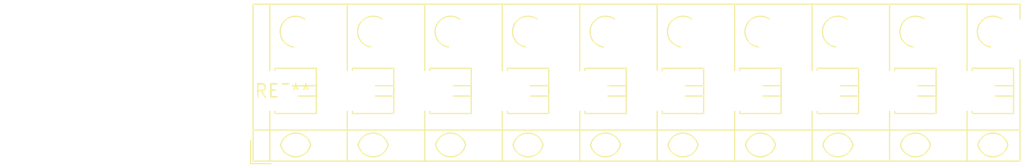
<source format=kicad_pcb>
(kicad_pcb (version 20240108) (generator pcbnew)
  (layers (0 "F.Cu" signal) (31 "B.Cu" signal) (34 "B.Paste" user) (35 "F.Paste" user) (36 "B.SilkS" user "B.Silkscreen") (37 "F.SilkS" user "F.Silkscreen") (38 "B.Mask" user) (39 "F.Mask" user) (44 "Edge.Cuts" user))
  (net 0 "")
  (footprint "TerminalBlock_WAGO_804-310_1x10_P7.50mm_45Degree" (layer "F.Cu") (at 0 0)
    (property "Reference" "REF**")
    (property "Value" "TerminalBlock_WAGO_804-310_1x10_P7.50mm_45Degree")
    (fp_line (start -3.11 4.82) (end -3.11 7.06) (layer "F.SilkS") (stroke (width 0.12)))
    (fp_line (start -3.11 7.06) (end -1.11 7.06) (layer "F.SilkS") (stroke (width 0.12)))
    (fp_line (start -2.87 -8.42) (end -2.87 6.82) (layer "F.SilkS") (stroke (width 0.12)))
    (fp_line (start -2.87 -8.42) (end 71.37 -8.42) (layer "F.SilkS") (stroke (width 0.12)))
    (fp_line (start -2.87 3.8) (end 71.37 3.8) (layer "F.SilkS") (stroke (width 0.12)))
    (fp_line (start -2.87 6.82) (end 71.37 6.82) (layer "F.SilkS") (stroke (width 0.12)))
    (fp_line (start -1.25 -8.42) (end -1.25 -1.98) (layer "F.SilkS") (stroke (width 0.12)))
    (fp_line (start -1.25 1.98) (end -1.25 6.82) (layer "F.SilkS") (stroke (width 0.12)))
    (fp_line (start -0.75 -2.2) (end -0.75 -1.98) (layer "F.SilkS") (stroke (width 0.12)))
    (fp_line (start -0.75 -2.2) (end 3.25 -2.2) (layer "F.SilkS") (stroke (width 0.12)))
    (fp_line (start -0.75 1.98) (end -0.75 2.2) (layer "F.SilkS") (stroke (width 0.12)))
    (fp_line (start -0.75 2.2) (end 3.25 2.2) (layer "F.SilkS") (stroke (width 0.12)))
    (fp_line (start 1.48 -0.5) (end 3.25 -0.5) (layer "F.SilkS") (stroke (width 0.12)))
    (fp_line (start 1.48 0.5) (end 3.25 0.5) (layer "F.SilkS") (stroke (width 0.12)))
    (fp_line (start 3.25 -2.2) (end 3.25 2.2) (layer "F.SilkS") (stroke (width 0.12)))
    (fp_line (start 3.25 -0.5) (end 3.25 0.5) (layer "F.SilkS") (stroke (width 0.12)))
    (fp_line (start 6.25 -8.42) (end 6.25 -1.98) (layer "F.SilkS") (stroke (width 0.12)))
    (fp_line (start 6.25 1.98) (end 6.25 6.82) (layer "F.SilkS") (stroke (width 0.12)))
    (fp_line (start 6.75 -2.2) (end 6.75 -1.98) (layer "F.SilkS") (stroke (width 0.12)))
    (fp_line (start 6.75 -2.2) (end 10.75 -2.2) (layer "F.SilkS") (stroke (width 0.12)))
    (fp_line (start 6.75 1.98) (end 6.75 2.2) (layer "F.SilkS") (stroke (width 0.12)))
    (fp_line (start 6.75 2.2) (end 10.75 2.2) (layer "F.SilkS") (stroke (width 0.12)))
    (fp_line (start 8.98 -0.5) (end 10.75 -0.5) (layer "F.SilkS") (stroke (width 0.12)))
    (fp_line (start 8.98 0.5) (end 10.75 0.5) (layer "F.SilkS") (stroke (width 0.12)))
    (fp_line (start 10.75 -2.2) (end 10.75 2.2) (layer "F.SilkS") (stroke (width 0.12)))
    (fp_line (start 10.75 -0.5) (end 10.75 0.5) (layer "F.SilkS") (stroke (width 0.12)))
    (fp_line (start 13.75 -8.42) (end 13.75 -1.98) (layer "F.SilkS") (stroke (width 0.12)))
    (fp_line (start 13.75 1.98) (end 13.75 6.82) (layer "F.SilkS") (stroke (width 0.12)))
    (fp_line (start 14.25 -2.2) (end 14.25 -1.98) (layer "F.SilkS") (stroke (width 0.12)))
    (fp_line (start 14.25 -2.2) (end 18.25 -2.2) (layer "F.SilkS") (stroke (width 0.12)))
    (fp_line (start 14.25 1.98) (end 14.25 2.2) (layer "F.SilkS") (stroke (width 0.12)))
    (fp_line (start 14.25 2.2) (end 18.25 2.2) (layer "F.SilkS") (stroke (width 0.12)))
    (fp_line (start 16.48 -0.5) (end 18.25 -0.5) (layer "F.SilkS") (stroke (width 0.12)))
    (fp_line (start 16.48 0.5) (end 18.25 0.5) (layer "F.SilkS") (stroke (width 0.12)))
    (fp_line (start 18.25 -2.2) (end 18.25 2.2) (layer "F.SilkS") (stroke (width 0.12)))
    (fp_line (start 18.25 -0.5) (end 18.25 0.5) (layer "F.SilkS") (stroke (width 0.12)))
    (fp_line (start 21.25 -8.42) (end 21.25 -1.98) (layer "F.SilkS") (stroke (width 0.12)))
    (fp_line (start 21.25 1.98) (end 21.25 6.82) (layer "F.SilkS") (stroke (width 0.12)))
    (fp_line (start 21.75 -2.2) (end 21.75 -1.98) (layer "F.SilkS") (stroke (width 0.12)))
    (fp_line (start 21.75 -2.2) (end 25.75 -2.2) (layer "F.SilkS") (stroke (width 0.12)))
    (fp_line (start 21.75 1.98) (end 21.75 2.2) (layer "F.SilkS") (stroke (width 0.12)))
    (fp_line (start 21.75 2.2) (end 25.75 2.2) (layer "F.SilkS") (stroke (width 0.12)))
    (fp_line (start 23.98 -0.5) (end 25.75 -0.5) (layer "F.SilkS") (stroke (width 0.12)))
    (fp_line (start 23.98 0.5) (end 25.75 0.5) (layer "F.SilkS") (stroke (width 0.12)))
    (fp_line (start 25.75 -2.2) (end 25.75 2.2) (layer "F.SilkS") (stroke (width 0.12)))
    (fp_line (start 25.75 -0.5) (end 25.75 0.5) (layer "F.SilkS") (stroke (width 0.12)))
    (fp_line (start 28.75 -8.42) (end 28.75 -1.98) (layer "F.SilkS") (stroke (width 0.12)))
    (fp_line (start 28.75 1.98) (end 28.75 6.82) (layer "F.SilkS") (stroke (width 0.12)))
    (fp_line (start 29.25 -2.2) (end 29.25 -1.98) (layer "F.SilkS") (stroke (width 0.12)))
    (fp_line (start 29.25 -2.2) (end 33.25 -2.2) (layer "F.SilkS") (stroke (width 0.12)))
    (fp_line (start 29.25 1.98) (end 29.25 2.2) (layer "F.SilkS") (stroke (width 0.12)))
    (fp_line (start 29.25 2.2) (end 33.25 2.2) (layer "F.SilkS") (stroke (width 0.12)))
    (fp_line (start 31.48 -0.5) (end 33.25 -0.5) (layer "F.SilkS") (stroke (width 0.12)))
    (fp_line (start 31.48 0.5) (end 33.25 0.5) (layer "F.SilkS") (stroke (width 0.12)))
    (fp_line (start 33.25 -2.2) (end 33.25 2.2) (layer "F.SilkS") (stroke (width 0.12)))
    (fp_line (start 33.25 -0.5) (end 33.25 0.5) (layer "F.SilkS") (stroke (width 0.12)))
    (fp_line (start 36.25 -8.42) (end 36.25 -1.98) (layer "F.SilkS") (stroke (width 0.12)))
    (fp_line (start 36.25 1.98) (end 36.25 6.82) (layer "F.SilkS") (stroke (width 0.12)))
    (fp_line (start 36.75 -2.2) (end 36.75 -1.98) (layer "F.SilkS") (stroke (width 0.12)))
    (fp_line (start 36.75 -2.2) (end 40.75 -2.2) (layer "F.SilkS") (stroke (width 0.12)))
    (fp_line (start 36.75 1.98) (end 36.75 2.2) (layer "F.SilkS") (stroke (width 0.12)))
    (fp_line (start 36.75 2.2) (end 40.75 2.2) (layer "F.SilkS") (stroke (width 0.12)))
    (fp_line (start 38.98 -0.5) (end 40.75 -0.5) (layer "F.SilkS") (stroke (width 0.12)))
    (fp_line (start 38.98 0.5) (end 40.75 0.5) (layer "F.SilkS") (stroke (width 0.12)))
    (fp_line (start 40.75 -2.2) (end 40.75 2.2) (layer "F.SilkS") (stroke (width 0.12)))
    (fp_line (start 40.75 -0.5) (end 40.75 0.5) (layer "F.SilkS") (stroke (width 0.12)))
    (fp_line (start 43.75 -8.42) (end 43.75 -1.98) (layer "F.SilkS") (stroke (width 0.12)))
    (fp_line (start 43.75 1.98) (end 43.75 6.82) (layer "F.SilkS") (stroke (width 0.12)))
    (fp_line (start 44.25 -2.2) (end 44.25 -1.98) (layer "F.SilkS") (stroke (width 0.12)))
    (fp_line (start 44.25 -2.2) (end 48.25 -2.2) (layer "F.SilkS") (stroke (width 0.12)))
    (fp_line (start 44.25 1.98) (end 44.25 2.2) (layer "F.SilkS") (stroke (width 0.12)))
    (fp_line (start 44.25 2.2) (end 48.25 2.2) (layer "F.SilkS") (stroke (width 0.12)))
    (fp_line (start 46.48 -0.5) (end 48.25 -0.5) (layer "F.SilkS") (stroke (width 0.12)))
    (fp_line (start 46.48 0.5) (end 48.25 0.5) (layer "F.SilkS") (stroke (width 0.12)))
    (fp_line (start 48.25 -2.2) (end 48.25 2.2) (layer "F.SilkS") (stroke (width 0.12)))
    (fp_line (start 48.25 -0.5) (end 48.25 0.5) (layer "F.SilkS") (stroke (width 0.12)))
    (fp_line (start 51.25 -8.42) (end 51.25 -1.98) (layer "F.SilkS") (stroke (width 0.12)))
    (fp_line (start 51.25 1.98) (end 51.25 6.82) (layer "F.SilkS") (stroke (width 0.12)))
    (fp_line (start 51.75 -2.2) (end 51.75 -1.98) (layer "F.SilkS") (stroke (width 0.12)))
    (fp_line (start 51.75 -2.2) (end 55.75 -2.2) (layer "F.SilkS") (stroke (width 0.12)))
    (fp_line (start 51.75 1.98) (end 51.75 2.2) (layer "F.SilkS") (stroke (width 0.12)))
    (fp_line (start 51.75 2.2) (end 55.75 2.2) (layer "F.SilkS") (stroke (width 0.12)))
    (fp_line (start 53.98 -0.5) (end 55.75 -0.5) (layer "F.SilkS") (stroke (width 0.12)))
    (fp_line (start 53.98 0.5) (end 55.75 0.5) (layer "F.SilkS") (stroke (width 0.12)))
    (fp_line (start 55.75 -2.2) (end 55.75 2.2) (layer "F.SilkS") (stroke (width 0.12)))
    (fp_line (start 55.75 -0.5) (end 55.75 0.5) (layer "F.SilkS") (stroke (width 0.12)))
    (fp_line (start 58.75 -8.42) (end 58.75 -1.98) (layer "F.SilkS") (stroke (width 0.12)))
    (fp_line (start 58.75 1.98) (end 58.75 6.82) (layer "F.SilkS") (stroke (width 0.12)))
    (fp_line (start 59.25 -2.2) (end 59.25 -1.98) (layer "F.SilkS") (stroke (width 0.12)))
    (fp_line (start 59.25 -2.2) (end 63.25 -2.2) (layer "F.SilkS") (stroke (width 0.12)))
    (fp_line (start 59.25 1.98) (end 59.25 2.2) (layer "F.SilkS") (stroke (width 0.12)))
    (fp_line (start 59.25 2.2) (end 63.25 2.2) (layer "F.SilkS") (stroke (width 0.12)))
    (fp_line (start 61.48 -0.5) (end 63.25 -0.5) (layer "F.SilkS") (stroke (width 0.12)))
    (fp_line (start 61.48 0.5) (end 63.25 0.5) (layer "F.SilkS") (stroke (width 0.12)))
    (fp_line (start 63.25 -2.2) (end 63.25 2.2) (layer "F.SilkS") (stroke (width 0.12)))
    (fp_line (start 63.25 -0.5) (end 63.25 0.5) (layer "F.SilkS") (stroke (width 0.12)))
    (fp_line (start 66.25 -8.42) (end 66.25 -1.98) (layer "F.SilkS") (stroke (width 0.12)))
    (fp_line (start 66.25 1.98) (end 66.25 6.82) (layer "F.SilkS") (stroke (width 0.12)))
    (fp_line (start 66.75 -2.2) (end 66.75 -1.98) (layer "F.SilkS") (stroke (width 0.12)))
    (fp_line (start 66.75 -2.2) (end 70.75 -2.2) (layer "F.SilkS") (stroke (width 0.12)))
    (fp_line (start 66.75 1.98) (end 66.75 2.2) (layer "F.SilkS") (stroke (width 0.12)))
    (fp_line (start 66.75 2.2) (end 70.75 2.2) (layer "F.SilkS") (stroke (width 0.12)))
    (fp_line (start 68.98 -0.5) (end 70.75 -0.5) (layer "F.SilkS") (stroke (width 0.12)))
    (fp_line (start 68.98 0.5) (end 70.75 0.5) (layer "F.SilkS") (stroke (width 0.12)))
    (fp_line (start 70.75 -2.2) (end 70.75 2.2) (layer "F.SilkS") (stroke (width 0.12)))
    (fp_line (start 70.75 -0.5) (end 70.75 0.5) (layer "F.SilkS") (stroke (width 0.12)))
    (fp_line (start 71.37 -8.42) (end 71.37 -6.98) (layer "F.SilkS") (stroke (width 0.12)))
    (fp_line (start 71.37 -3.02) (end 71.37 6.82) (layer "F.SilkS") (stroke (width 0.12)))
    (fp_arc (start -0.200865 5.250424) (mid 1.250296 4.099926) (end 2.701 5.251) (layer "F.SilkS") (stroke (width 0.12)))
    (fp_arc (start 1.040798 -4.264067) (mid -0.146039 -6.300306) (end 2.111 -6.979) (layer "F.SilkS") (stroke (width 0.12)))
    (fp_arc (start 2.7 5.25) (mid 1.250068 6.400101) (end -0.199969 5.250133) (layer "F.SilkS") (stroke (width 0.12)))
    (fp_arc (start 7.299135 5.250424) (mid 8.750296 4.099926) (end 10.201 5.251) (layer "F.SilkS") (stroke (width 0.12)))
    (fp_arc (start 8.540798 -4.264067) (mid 7.353961 -6.300306) (end 9.611 -6.979) (layer "F.SilkS") (stroke (width 0.12)))
    (fp_arc (start 10.2 5.25) (mid 8.750068 6.400101) (end 7.300031 5.250133) (layer "F.SilkS") (stroke (width 0.12)))
    (fp_arc (start 14.799135 5.250424) (mid 16.250296 4.099926) (end 17.701 5.251) (layer "F.SilkS") (stroke (width 0.12)))
    (fp_arc (start 16.040798 -4.264067) (mid 14.853961 -6.300306) (end 17.111 -6.979) (layer "F.SilkS") (stroke (width 0.12)))
    (fp_arc (start 17.7 5.25) (mid 16.250068 6.400101) (end 14.800031 5.250133) (layer "F.SilkS") (stroke (width 0.12)))
    (fp_arc (start 22.299135 5.250424) (mid 23.750296 4.099926) (end 25.201 5.251) (layer "F.SilkS") (stroke (width 0.12)))
    (fp_arc (start 23.540798 -4.264067) (mid 22.353961 -6.300306) (end 24.611 -6.979) (layer "F.SilkS") (stroke (width 0.12)))
    (fp_arc (start 25.2 5.25) (mid 23.750068 6.400101) (end 22.300031 5.250133) (layer "F.SilkS") (stroke (width 0.12)))
    (fp_arc (start 29.799135 5.250424) (mid 31.250296 4.099926) (end 32.701 5.251) (layer "F.SilkS") (stroke (width 0.12)))
    (fp_arc (start 31.040798 -4.264067) (mid 29.853961 -6.300306) (end 32.111 -6.979) (layer "F.SilkS") (stroke (width 0.12)))
    (fp_arc (start 32.701 5.25) (mid 31.250296 6.401074) (end 29.799135 5.250576) (layer "F.SilkS") (stroke (width 0.12)))
    (fp_arc (start 37.299135 5.250424) (mid 38.750296 4.099926) (end 40.201 5.251) (layer "F.SilkS") (stroke (width 0.12)))
    (fp_arc (start 38.540798 -4.264067) (mid 37.353961 -6.300306) (end 39.611 -6.979) (layer "F.SilkS") (stroke (width 0.12)))
    (fp_arc (start 40.2 5.25) (mid 38.750068 6.400101) (end 37.300031 5.250133) (layer "F.SilkS") (stroke (width 0.12)))
    (fp_arc (start 44.799135 5.250424) (mid 46.250296 4.099926) (end 47.701 5.251) (layer "F.SilkS") (stroke (width 0.12)))
    (fp_arc (start 46.040798 -4.264067) (mid 44.853961 -6.300306) (end 47.111 -6.979) (layer "F.SilkS") (stroke (width 0.12)))
    (fp_arc (start 47.7 5.25) (mid 46.250068 6.400101) (end 44.800031 5.250133) (layer "F.SilkS") (stroke (width 0.12)))
    (fp_arc (start 52.299135 5.250424) (mid 53.750296 4.099926) (end 55.201 5.251) (layer "F.SilkS") (stroke (width 0.12)))
    (fp_arc (start 53.540798 -4.264067) (mid 52.353961 -6.300306) (end 54.611 -6.979) (layer "F.SilkS") (stroke (width 0.12)))
    (fp_arc (start 55.2 5.25) (mid 53.750068 6.400101) (end 52.300031 5.250133) (layer "F.SilkS") (stroke (width 0.12)))
    (fp_arc (start 59.799135 5.250424) (mid 61.250296 4.099926) (end 62.701 5.251) (layer "F.SilkS") (stroke (width 0.12)))
    (fp_arc (start 61.040798 -4.264067) (mid 59.853961 -6.300306) (end 62.111 -6.979) (layer "F.SilkS") (stroke (width 0.12)))
    (fp_arc (start 62.7 5.25) (mid 61.250068 6.400101) (end 59.800031 5.250133) (layer "F.SilkS") (stroke (width 0.12)))
    (fp_arc (start 67.299135 5.250424) (mid 68.750296 4.099926) (end 70.201 5.251) (layer "F.SilkS") (stroke (width 0.12)))
    (fp_arc (start 68.540798 -4.264067) (mid 67.353961 -6.300306) (end 69.611 -6.979) (layer "F.SilkS") (stroke (width 0.12)))
    (fp_arc (start 70.2 5.25) (mid 68.750068 6.400101) (end 67.300031 5.250133) (layer "F.SilkS") (stroke (width 0.12)))
    (pad "1" thru_hole rect (at 0 0) (size 2 3) (drill 1.2) (layers *.Cu *.Mask) (remove_unused_layers))
    (pad "1" thru_hole rect (at 2.5 -5) (size 2 3) (drill 1.2) (layers *.Cu *.Mask) (remove_unused_layers))
    (pad "2" thru_hole oval (at 7.5 0) (size 2 3) (drill 1.2) (layers *.Cu *.Mask) (remove_unused_layers))
    (pad "2" thru_hole oval (at 10 -5) (size 2 3) (drill 1.2) (layers *.Cu *.Mask) (remove_unused_layers))
    (pad "3" thru_hole oval (at 15 0) (size 2 3) (drill 1.2) (layers *.Cu *.Mask) (remove_unused_layers))
    (pad "3" thru_hole oval (at 17.5 -5) (size 2 3) (drill 1.2) (layers *.Cu *.Mask) (remove_unused_layers))
    (pad "4" thru_hole oval (at 22.5 0) (size 2 3) (drill 1.2) (layers *.Cu *.Mask) (remove_unused_layers))
    (pad "4" thru_hole oval (at 25 -5) (size 2 3) (drill 1.2) (layers *.Cu *.Mask) (remove_unused_layers))
    (pad "5" thru_hole oval (at 30 0) (size 2 3) (drill 1.2) (layers *.Cu *.Mask) (remove_unused_layers))
    (pad "5" thru_hole oval (at 32.5 -5) (size 2 3) (drill 1.2) (layers *.Cu *.Mask) (remove_unused_layers))
    (pad "6" thru_hole oval (at 37.5 0) (size 2 3) (drill 1.2) (layers *.Cu *.Mask) (remove_unused_layers))
    (pad "6" thru_hole oval (at 40 -5) (size 2 3) (drill 1.2) (layers *.Cu *.Mask) (remove_unused_layers))
    (pad "7" thru_hole oval (at 45 0) (size 2 3) (drill 1.2) (layers *.Cu *.Mask) (remove_unused_layers))
    (pad "7" thru_hole oval (at 47.5 -5) (size 2 3) (drill 1.2) (layers *.Cu *.Mask) (remove_unused_layers))
    (pad "8" thru_hole oval (at 52.5 0) (size 2 3) (drill 1.2) (layers *.Cu *.Mask) (remove_unused_layers))
    (pad "8" thru_hole oval (at 55 -5) (size 2 3) (drill 1.2) (layers *.Cu *.Mask) (remove_unused_layers))
    (pad "9" thru_hole oval (at 60 0) (size 2 3) (drill 1.2) (layers *.Cu *.Mask) (remove_unused_layers))
    (pad "9" thru_hole oval (at 62.5 -5) (size 2 3) (drill 1.2) (layers *.Cu *.Mask) (remove_unused_layers))
    (pad "10" thru_hole oval (at 67.5 0) (size 2 3) (drill 1.2) (layers *.Cu *.Mask) (remove_unused_layers))
    (pad "10" thru_hole oval (at 70 -5) (size 2 3) (drill 1.2) (layers *.Cu *.Mask) (remove_unused_layers))
  )
)
</source>
